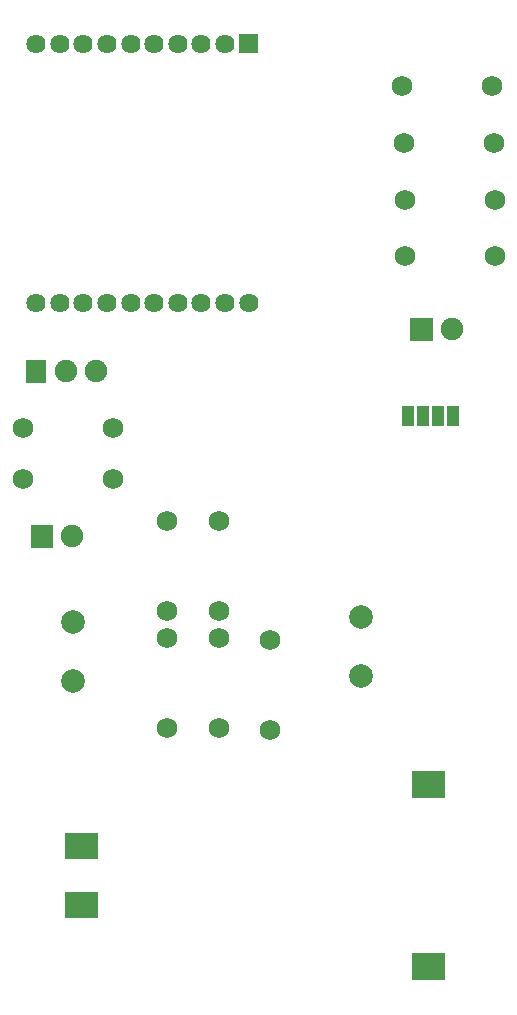
<source format=gbs>
G04 Layer: BottomSolderMaskLayer*
G04 EasyEDA v6.4.25, 2021-11-26T11:29:21--8:00*
G04 ba2494323d054017aa17e43c7504b7a8,82b849d010ff45bfbede6d5bbb018b0e,10*
G04 Gerber Generator version 0.2*
G04 Scale: 100 percent, Rotated: No, Reflected: No *
G04 Dimensions in millimeters *
G04 leading zeros omitted , absolute positions ,4 integer and 5 decimal *
%FSLAX45Y45*%
%MOMM*%

%ADD27C,1.6256*%
%ADD29C,1.7272*%
%ADD30C,1.9016*%
%ADD33R,1.0922X1.8034*%
%ADD35C,2.0040*%

%LPD*%
D27*
G01*
X1080770Y9469120D03*
G01*
X1281429Y9469120D03*
G01*
X1479550Y9469120D03*
G01*
X1680210Y9469120D03*
G01*
X1880870Y9469120D03*
G01*
X2081529Y9469120D03*
G01*
X2279650Y9469120D03*
G01*
X2480309Y9469120D03*
G01*
X2680970Y9469120D03*
G36*
X2800350Y9387839D02*
G01*
X2800350Y9550400D01*
X2962909Y9550400D01*
X2962909Y9387839D01*
G37*
G01*
X1080770Y7269479D03*
G01*
X1281429Y7269479D03*
G01*
X1479550Y7269479D03*
G01*
X1680210Y7269479D03*
G01*
X1880870Y7269479D03*
G01*
X2081529Y7269479D03*
G01*
X2279650Y7269479D03*
G01*
X2480309Y7269479D03*
G01*
X2680970Y7269479D03*
G01*
X2881629Y7269479D03*
D29*
G01*
X965200Y6210300D03*
G01*
X1727200Y6210300D03*
D30*
G01*
X1384300Y5295900D03*
G36*
X1035304Y5200904D02*
G01*
X1035304Y5390895D01*
X1225295Y5390895D01*
X1225295Y5200904D01*
G37*
G01*
X4597400Y7048500D03*
G36*
X4248404Y6953504D02*
G01*
X4248404Y7143495D01*
X4438395Y7143495D01*
X4438395Y6953504D01*
G37*
G36*
X4266438Y3083813D02*
G01*
X4266438Y3307334D01*
X4540758Y3307334D01*
X4540758Y3083813D01*
G37*
G36*
X4266438Y1544065D02*
G01*
X4266438Y1767586D01*
X4540758Y1767586D01*
X4540758Y1544065D01*
G37*
G36*
X1326642Y2563876D02*
G01*
X1326642Y2787395D01*
X1600962Y2787395D01*
X1600962Y2563876D01*
G37*
G36*
X1326642Y2064004D02*
G01*
X1326642Y2287523D01*
X1600962Y2287523D01*
X1600962Y2064004D01*
G37*
D33*
G01*
X4483100Y6311900D03*
G01*
X4610100Y6311900D03*
G01*
X4356100Y6311900D03*
G01*
X4229100Y6311900D03*
D30*
G01*
X1587500Y6692900D03*
G01*
X1333500Y6692900D03*
G36*
X995679Y6597904D02*
G01*
X995679Y6787895D01*
X1163320Y6787895D01*
X1163320Y6597904D01*
G37*
D35*
G01*
X1396009Y4575987D03*
G01*
X1396009Y4075988D03*
G01*
X3834409Y4614087D03*
G01*
X3834409Y4114088D03*
D29*
G01*
X4178300Y9105900D03*
G01*
X4940300Y9105900D03*
G01*
X4191000Y8623300D03*
G01*
X4953000Y8623300D03*
G01*
X4203700Y8140700D03*
G01*
X4965700Y8140700D03*
G01*
X4203700Y7670800D03*
G01*
X4965700Y7670800D03*
G01*
X2184400Y5422900D03*
G01*
X2184400Y4660900D03*
G01*
X2628900Y5422900D03*
G01*
X2628900Y4660900D03*
G01*
X2184400Y4432300D03*
G01*
X2184400Y3670300D03*
G01*
X2628900Y4432300D03*
G01*
X2628900Y3670300D03*
G01*
X3060700Y4419600D03*
G01*
X3060700Y3657600D03*
G01*
X965200Y5778500D03*
G01*
X1727200Y5778500D03*
M02*

</source>
